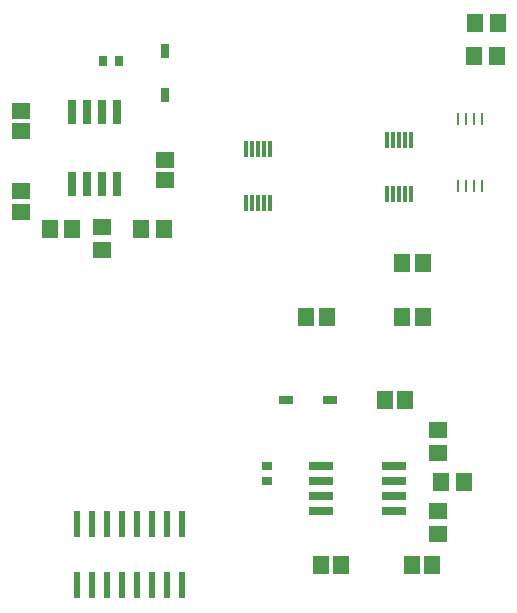
<source format=gtp>
%FSTAX24Y24*%
%MOIN*%
%SFA1B1*%

%IPPOS*%
%ADD10R,0.012000X0.057000*%
%ADD11R,0.028000X0.036000*%
%ADD12R,0.052000X0.060000*%
%ADD13R,0.010000X0.040000*%
%ADD14R,0.024000X0.087000*%
%ADD15R,0.052000X0.063000*%
%ADD16R,0.036000X0.028000*%
%ADD17R,0.048000X0.028000*%
%ADD18R,0.028000X0.048000*%
%ADD19R,0.080000X0.026000*%
%ADD20R,0.026000X0.080000*%
%ADD21R,0.063000X0.052000*%
%ADD22R,0.060000X0.052000*%
%LNklogshield-1*%
%LPD*%
G54D10*
X0279Y03165D03*
X0281D03*
X0285D03*
X0283D03*
X0287D03*
Y02985D03*
X0285D03*
X0283D03*
X0281D03*
X0279D03*
X0334Y03015D03*
X0332D03*
X0328D03*
X033D03*
X0326D03*
Y03195D03*
X0328D03*
X033D03*
X0332D03*
X0334D03*
G54D11*
X02365Y0346D03*
X023134D03*
G54D12*
X033775Y02605D03*
X0331D03*
X033775Y02785D03*
X0331D03*
X030575Y02605D03*
X0299D03*
X03105Y0178D03*
X030375D03*
X0332Y0233D03*
X032525D03*
X033425Y0178D03*
X0341D03*
G54D13*
X034966Y03266D03*
X035222D03*
X03548D03*
X03574D03*
Y030442D03*
X03548D03*
X035222D03*
X034966D03*
G54D14*
X02575Y01712D03*
X02525D03*
X02225Y019174D03*
X02275Y01712D03*
Y019174D03*
X02375D03*
X02225Y01712D03*
X02325Y019174D03*
Y01712D03*
X02375D03*
X02475D03*
X02425Y019174D03*
X02475D03*
X02575D03*
X02425Y01712D03*
X02525Y019174D03*
G54D15*
X03552Y03585D03*
X036274D03*
X0355Y03475D03*
X036254D03*
X03515Y02055D03*
X034396D03*
X024396Y029D03*
X02515D03*
X0221D03*
X021346D03*
G54D16*
X0286Y0211D03*
Y020584D03*
G54D17*
X02922Y0233D03*
X030678D03*
G54D18*
X0252Y03493D03*
Y033472D03*
G54D19*
X03039Y0211D03*
X03281D03*
X03039Y0206D03*
Y0201D03*
X03281Y0206D03*
Y0201D03*
X03039Y0196D03*
X03281D03*
G54D20*
X0236Y03291D03*
Y03049D03*
X0231Y03291D03*
X0226D03*
X0231Y03049D03*
X0226D03*
X0221Y03291D03*
Y03049D03*
G54D21*
X0231Y028296D03*
Y02905D03*
X0343Y021546D03*
Y0223D03*
Y0196D03*
Y018846D03*
G54D22*
X0204Y03226D03*
Y032935D03*
X0252Y030625D03*
Y0313D03*
X0204Y03025D03*
Y029575D03*
M02*
</source>
